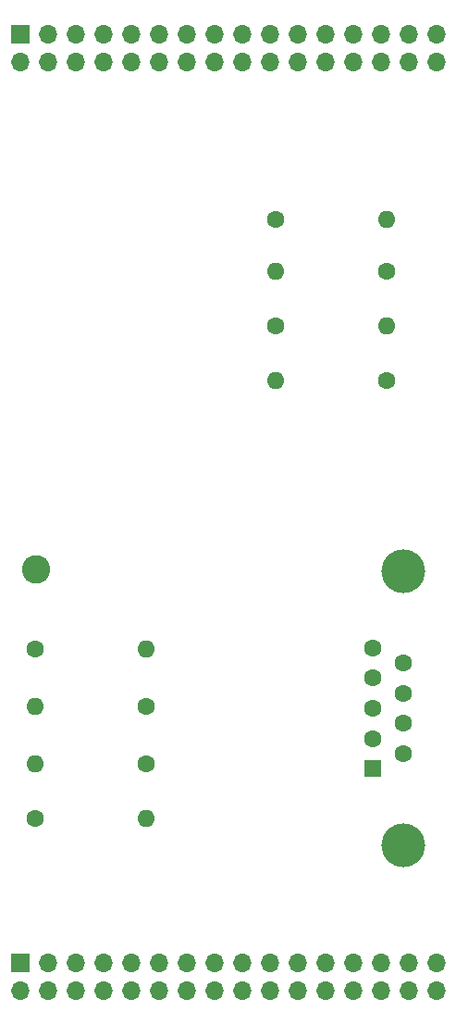
<source format=gbs>
G04 #@! TF.GenerationSoftware,KiCad,Pcbnew,8.0.7*
G04 #@! TF.CreationDate,2024-12-31T17:31:26-05:00*
G04 #@! TF.ProjectId,LauCameraTrigger_MimasA7,4c617543-616d-4657-9261-547269676765,rev?*
G04 #@! TF.SameCoordinates,Original*
G04 #@! TF.FileFunction,Soldermask,Bot*
G04 #@! TF.FilePolarity,Negative*
%FSLAX46Y46*%
G04 Gerber Fmt 4.6, Leading zero omitted, Abs format (unit mm)*
G04 Created by KiCad (PCBNEW 8.0.7) date 2024-12-31 17:31:26*
%MOMM*%
%LPD*%
G01*
G04 APERTURE LIST*
%ADD10C,2.600000*%
%ADD11C,1.600000*%
%ADD12O,1.600000X1.600000*%
%ADD13R,1.700000X1.700000*%
%ADD14O,1.700000X1.700000*%
%ADD15R,1.600000X1.600000*%
%ADD16C,4.000000*%
G04 APERTURE END LIST*
D10*
X54000000Y-100250000D03*
D11*
X53920000Y-123000000D03*
D12*
X64080000Y-123000000D03*
X64080000Y-107500000D03*
D11*
X53920000Y-107500000D03*
X86080000Y-73000000D03*
D12*
X75920000Y-73000000D03*
D11*
X86080000Y-83000000D03*
D12*
X75920000Y-83000000D03*
D11*
X64080000Y-112750000D03*
D12*
X53920000Y-112750000D03*
D11*
X75920000Y-68250000D03*
D12*
X86080000Y-68250000D03*
D11*
X75920000Y-78000000D03*
D12*
X86080000Y-78000000D03*
D11*
X64080000Y-118000000D03*
D12*
X53920000Y-118000000D03*
D13*
X52540000Y-136190000D03*
D14*
X52540000Y-138730000D03*
X55080000Y-136190000D03*
X55080000Y-138730000D03*
X57620000Y-136190000D03*
X57620000Y-138730000D03*
X60160000Y-136190000D03*
X60160000Y-138730000D03*
X62700000Y-136190000D03*
X62700000Y-138730000D03*
X65240000Y-136190000D03*
X65240000Y-138730000D03*
X67780000Y-136190000D03*
X67780000Y-138730000D03*
X70320000Y-136190000D03*
X70320000Y-138730000D03*
X72860000Y-136190000D03*
X72860000Y-138730000D03*
X75400000Y-136190000D03*
X75400000Y-138730000D03*
X77940000Y-136190000D03*
X77940000Y-138730000D03*
X80480000Y-136190000D03*
X80480000Y-138730000D03*
X83020000Y-136190000D03*
X83020000Y-138730000D03*
X85560000Y-136190000D03*
X85560000Y-138730000D03*
X88100000Y-136190000D03*
X88100000Y-138730000D03*
X90640000Y-136190000D03*
X90640000Y-138730000D03*
D13*
X52540000Y-51270000D03*
D14*
X52540000Y-53810000D03*
X55080000Y-51270000D03*
X55080000Y-53810000D03*
X57620000Y-51270000D03*
X57620000Y-53810000D03*
X60160000Y-51270000D03*
X60160000Y-53810000D03*
X62700000Y-51270000D03*
X62700000Y-53810000D03*
X65240000Y-51270000D03*
X65240000Y-53810000D03*
X67780000Y-51270000D03*
X67780000Y-53810000D03*
X70320000Y-51270000D03*
X70320000Y-53810000D03*
X72860000Y-51270000D03*
X72860000Y-53810000D03*
X75400000Y-51270000D03*
X75400000Y-53810000D03*
X77940000Y-51270000D03*
X77940000Y-53810000D03*
X80480000Y-51270000D03*
X80480000Y-53810000D03*
X83020000Y-51270000D03*
X83020000Y-53810000D03*
X85560000Y-51270000D03*
X85560000Y-53810000D03*
X88100000Y-51270000D03*
X88100000Y-53810000D03*
X90640000Y-51270000D03*
X90640000Y-53810000D03*
D11*
X87640000Y-108785000D03*
X87640000Y-111555000D03*
X87640000Y-114325000D03*
X87640000Y-117095000D03*
X84800000Y-107400000D03*
X84800000Y-110170000D03*
X84800000Y-112940000D03*
X84800000Y-115710000D03*
D15*
X84800000Y-118480000D03*
D16*
X87640000Y-100440000D03*
X87640000Y-125440000D03*
M02*

</source>
